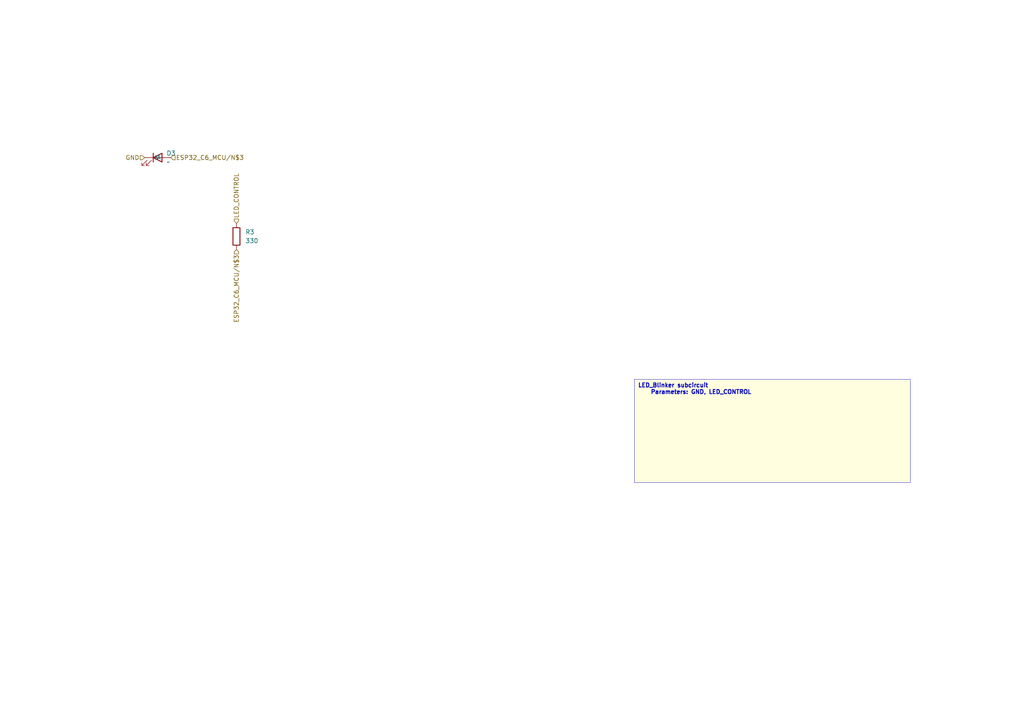
<source format=kicad_sch>
(kicad_sch (version 20250114) (generator "circuit_synth") (generator_version 9.0)
  (paper A4)
  (paper A4)
  (lib_symbols
    (symbol "Device:LED" (pin_numbers hide) (pin_names (offset 0.254))
      (property "Reference" "{'value': 'D', 'position': {'x': 0.0, 'y': 2.54, 'rotation': 0.0}, 'effects': {'font_size': [1.27, 1.27]}}" (at 0.0 0.0 0))
      (property "Value" "{'value': 'LED', 'position': {'x': 0.0, 'y': -2.54, 'rotation': 0.0}, 'effects': {'font_size': [1.27, 1.27]}}" (at 0.0 0.0 0))
      (property "Sim.Pins" "{'value': '1=K 2=A', 'position': {'x': 0.0, 'y': 0.0, 'rotation': 0.0}, 'effects': {'font_size': [1.27, 1.27]}}" (at 0.0 0.0 0))
      (symbol "LED_0_1"
        (polyline (pts (xy -3.048 -0.762) (xy -4.572 -2.286) (xy -3.81 -2.286) (xy -4.572 -2.286) (xy -4.572 -1.524)) (stroke (width 0.0)))
        (polyline (pts (xy -1.778 -0.762) (xy -3.302 -2.286) (xy -2.54 -2.286) (xy -3.302 -2.286) (xy -3.302 -1.524)) (stroke (width 0.0)))
        (polyline (pts (xy -1.27 0.0) (xy 1.27 0.0)) (stroke (width 0.0)))
        (polyline (pts (xy -1.27 -1.27) (xy -1.27 1.27)) (stroke (width 0.254)))
        (polyline (pts (xy 1.27 -1.27) (xy 1.27 1.27) (xy -1.27 0.0) (xy 1.27 -1.27)) (stroke (width 0.254)))
      )
      (symbol "LED_1_1"
        (pin passive line (at -3.81 0.0 0) (length 2.54) (name K) (number "1"))
        (pin passive line (at 3.81 0.0 180) (length 2.54) (name A) (number "2"))
      )
    )
    (symbol "Device:R" (pin_numbers hide) (pin_names (offset 0.254))
      (property "Reference" "{'value': 'R', 'position': {'x': 2.032, 'y': 0.0, 'rotation': 90.0}, 'effects': {'font_size': [1.27, 1.27]}}" (at 0.0 0.0 0))
      (property "Value" "{'value': 'R', 'position': {'x': 0.0, 'y': 0.0, 'rotation': 90.0}, 'effects': {'font_size': [1.27, 1.27]}}" (at 0.0 0.0 0))
      (symbol "R_0_1"
        (rectangle (start -1.016 -2.54) (end 1.016 2.54) (stroke (width 0.254)))
      )
      (symbol "R_1_1"
        (pin passive line (at 0.0 3.81 270) (length 1.27) (name ~) (number "1"))
        (pin passive line (at 0.0 -3.81 90) (length 1.27) (name ~) (number "2"))
      )
    )
  )
  (title_block (title LED_Blinker) (date 2025-08-02) (company Circuit-Synth))
  (symbol (lib_id Device:LED) (at 45.72 45.72 0)
    (property "Reference" "D3" (at 48.26 44.449999999999996 0) (effects (justify left)))
    (property "Value" "~" (at 48.26 46.99 0) (effects (justify left)))
    (property "Footprint" "LED_SMD:LED_0805_2012Metric" (effects (hide yes)))
    (instances (project "circuit" (path "" (reference D3) (unit 1))) (project "ESP32_C6_Dev_Board_generated" (path "" (reference D3) (unit 1))))
  )
  (symbol (lib_id Device:R) (at 68.58 68.58 0)
    (property "Reference" "R3" (at 71.12 67.31 0) (effects (justify left)))
    (property "Value" "330" (at 71.12 69.85 0) (effects (justify left)))
    (property "Footprint" "Resistor_SMD:R_0805_2012Metric" (effects (hide yes)))
    (instances (project "circuit" (path "" (reference R3) (unit 1))) (project "ESP32_C6_Dev_Board_generated" (path "" (reference R3) (unit 1))))
  )
  (hierarchical_label GND (shape input) (at 41.91 45.72 180))
  (hierarchical_label "ESP32_C6_MCU/N$3" (shape input) (at 49.53 45.72 0))
  (hierarchical_label "ESP32_C6_MCU/N$3" (shape input) (at 68.58 72.39 270))
  (hierarchical_label LED_CONTROL (shape input) (at 68.58 64.77 90))
  (text_box "LED_Blinker subcircuit\n    Parameters: GND, LED_CONTROL" (exclude_from_sim yes) (at 184.0 110.0 0) (size 80.0 30.0) (margins 1.0 1.0 1.0 1.0) (stroke (width 0.1)) (fill (type color) (color 255 255 224 1)) (effects (font (size 1.2 1.2) (thickness 0.254)) (justify left top)))
)
</source>
